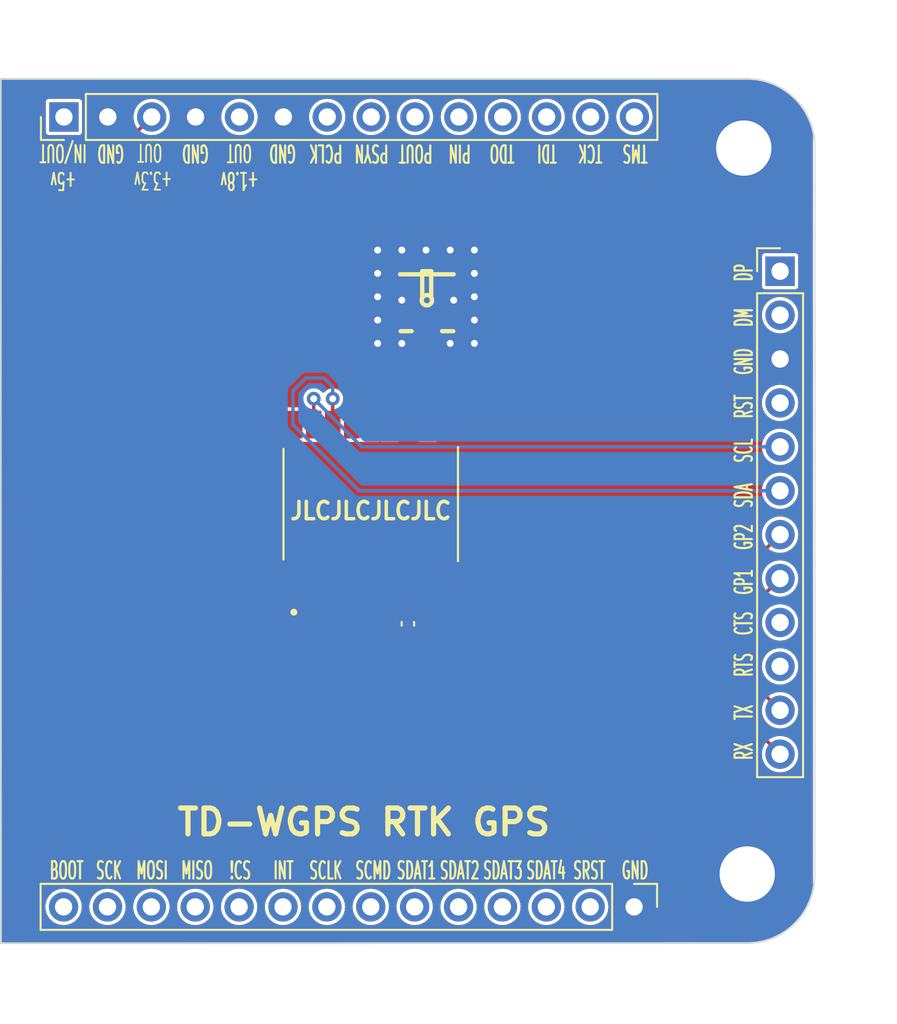
<source format=kicad_pcb>
(kicad_pcb (version 20240108) (generator "pcbnew") (generator_version "8.0")
  (title_block (title "TD-WRLS GPS hAT") (date "2024-09-02") (rev "1.0") (company "Teledatics Incorporated") (comment 1 "James Ewing"))
  (layers (0 "F.Cu" signal) (31 "B.Cu" signal) (34 "B.Paste" user) (35 "F.Paste" user) (36 "B.SilkS" user "B.Silkscreen") (37 "F.SilkS" user "F.Silkscreen") (38 "B.Mask" user) (39 "F.Mask" user) (44 "Edge.Cuts" user))
  (net 0 "")
  (net 1 "SDIO_DAT0_1v8")
  (net 2 "SPI_MISO")
  (net 3 "MODE")
  (net 4 "SPI_IRQ")
  (net 5 "SPI_MOSI")
  (net 6 "SPI_SCK")
  (net 7 "SDIO_DAT2_1v8")
  (net 8 "SPI_!CS")
  (net 9 "SDIO_CLK_1v8")
  (net 10 "SDIO_CMD_1v8")
  (net 11 "SDIO_DAT1_1v8")
  (net 12 "SDIO_DAT3_1v8")
  (net 13 "SDIO_RESET_1v8")
  (net 14 "~{RESET}")
  (net 15 "JTAG_TCK")
  (net 16 "JTAG_TDI")
  (net 17 "JTAG_TDO")
  (net 18 "JTAG_TMS")
  (net 19 "USB_D-")
  (net 20 "UART_CTS")
  (net 21 "UART_RTS")
  (net 22 "UART_TX")
  (net 23 "I2C_SDA")
  (net 24 "GPIO2")
  (net 25 "GPIO1")
  (net 26 "UART_RX")
  (net 27 "USB_D+")
  (net 28 "I2C_SCL")
  (net 29 "+1V8")
  (net 30 "PCM_CLK_1v8")
  (net 31 "PCM_OUT_1v8")
  (net 32 "PCM_IN_1v8")
  (net 33 "PCM_SYNC_1v8")
  (net 34 "GND")
  (net 35 "+5V")
  (net 36 "+3V3")
  (net 37 "ANT")
  (footprint "RF_GPS:XCVR_TESEO-LIV4FTR" (layer "F.Cu") (at 212.057716 102.15 90)
    (property "Reference" "U1")
    (property "Value" "TESEO-LIV4FTR")
    (fp_line (start -3.2 -5.05) (end 3.2 -5.05) (stroke (width 0.127)) (layer "F.SilkS"))
    (fp_line (start 3.3 5.05) (end -3.3 5.05) (stroke (width 0.127)) (layer "F.SilkS"))
    (fp_circle (center -6.25 -4.45) (end -6.15 -4.45) (stroke (width 0.2)) (fill none) (layer "F.SilkS"))
    (pad "1" smd rect (at -4.6 -4.4 90) (size 1.6 0.9) (layers "F.Cu" "F.Paste" "F.Mask") (net 34 "GND"))
    (pad "2" smd rect (at -4.6 -3.3 90) (size 1.6 0.9) (layers "F.Cu" "F.Paste" "F.Mask") (net 26 "UART_RX"))
    (pad "3" smd rect (at -4.6 -2.2 90) (size 1.6 0.9) (layers "F.Cu" "F.Paste" "F.Mask") (net 22 "UART_TX"))
    (pad "4" smd rect (at -4.6 -1.1 90) (size 1.6 0.9) (layers "F.Cu" "F.Paste" "F.Mask"))
    (pad "5" smd rect (at -4.6 0 90) (size 1.6 0.9) (layers "F.Cu" "F.Paste" "F.Mask") (net 25 "GPIO1"))
    (pad "6" smd rect (at -4.6 1.1 90) (size 1.6 0.9) (layers "F.Cu" "F.Paste" "F.Mask") (net 36 "+3V3"))
    (pad "7" smd rect (at -4.6 2.2 90) (size 1.6 0.9) (layers "F.Cu" "F.Paste" "F.Mask"))
    (pad "8" smd rect (at -4.6 3.3 90) (size 1.6 0.9) (layers "F.Cu" "F.Paste" "F.Mask") (net 36 "+3V3"))
    (pad "9" smd rect (at -4.6 4.4 90) (size 1.6 0.9) (layers "F.Cu" "F.Paste" "F.Mask") (net 24 "GPIO2"))
    (pad "10" smd rect (at 4.6 4.4 90) (size 1.6 0.9) (layers "F.Cu" "F.Paste" "F.Mask") (net 34 "GND"))
    (pad "11" smd rect (at 4.6 3.3 90) (size 1.6 0.9) (layers "F.Cu" "F.Paste" "F.Mask") (net 37 "ANT"))
    (pad "12" smd rect (at 4.6 2.2 90) (size 1.6 0.9) (layers "F.Cu" "F.Paste" "F.Mask") (net 34 "GND"))
    (pad "13" smd rect (at 4.6 1.1 90) (size 1.6 0.9) (layers "F.Cu" "F.Paste" "F.Mask"))
    (pad "14" smd rect (at 4.6 0 90) (size 1.6 0.9) (layers "F.Cu" "F.Paste" "F.Mask"))
    (pad "15" smd rect (at 4.6 -1.1 90) (size 1.6 0.9) (layers "F.Cu" "F.Paste" "F.Mask"))
    (pad "16" smd rect (at 4.6 -2.2 90) (size 1.6 0.9) (layers "F.Cu" "F.Paste" "F.Mask") (net 23 "I2C_SDA"))
    (pad "17" smd rect (at 4.6 -3.3 90) (size 1.6 0.9) (layers "F.Cu" "F.Paste" "F.Mask") (net 28 "I2C_SCL"))
    (pad "18" smd rect (at 4.6 -4.4 90) (size 1.6 0.9) (layers "F.Cu" "F.Paste" "F.Mask"))
  )
  (footprint "Connector_PinHeader_2.54mm:PinHeader_1x14_P2.54mm_Vertical" (layer "F.Cu") (at 194.3 79.75 90)
    (property "Reference" "J3")
    (property "Value" "Conn_01x14_Male")
    (fp_line (start -1.33 -1.33) (end 0 -1.33) (stroke (width 0.12)) (layer "F.SilkS"))
    (fp_line (start -1.33 0) (end -1.33 -1.33) (stroke (width 0.12)) (layer "F.SilkS"))
    (fp_line (start 1.33 1.27) (end 1.33 34.35) (stroke (width 0.12)) (layer "F.SilkS"))
    (fp_line (start -1.33 1.27) (end 1.33 1.27) (stroke (width 0.12)) (layer "F.SilkS"))
    (fp_line (start -1.33 1.27) (end -1.33 34.35) (stroke (width 0.12)) (layer "F.SilkS"))
    (fp_line (start -1.33 34.35) (end 1.33 34.35) (stroke (width 0.12)) (layer "F.SilkS"))
    (pad "1" thru_hole rect (at 0 0 90) (size 1.7 1.7) (drill 1) (layers "*.Cu" "*.Mask") (net 35 "+5V"))
    (pad "2" thru_hole oval (at 0 2.54 90) (size 1.7 1.7) (drill 1) (layers "*.Cu" "*.Mask") (net 34 "GND"))
    (pad "3" thru_hole oval (at 0 5.08 90) (size 1.7 1.7) (drill 1) (layers "*.Cu" "*.Mask") (net 36 "+3V3"))
    (pad "4" thru_hole oval (at 0 7.62 90) (size 1.7 1.7) (drill 1) (layers "*.Cu" "*.Mask") (net 34 "GND"))
    (pad "5" thru_hole oval (at 0 10.16 90) (size 1.7 1.7) (drill 1) (layers "*.Cu" "*.Mask") (net 29 "+1V8"))
    (pad "6" thru_hole oval (at 0 12.7 90) (size 1.7 1.7) (drill 1) (layers "*.Cu" "*.Mask") (net 34 "GND"))
    (pad "7" thru_hole oval (at 0 15.24 90) (size 1.7 1.7) (drill 1) (layers "*.Cu" "*.Mask") (net 30 "PCM_CLK_1v8"))
    (pad "8" thru_hole oval (at 0 17.78 90) (size 1.7 1.7) (drill 1) (layers "*.Cu" "*.Mask") (net 33 "PCM_SYNC_1v8"))
    (pad "9" thru_hole oval (at 0 20.32 90) (size 1.7 1.7) (drill 1) (layers "*.Cu" "*.Mask") (net 31 "PCM_OUT_1v8"))
    (pad "10" thru_hole oval (at 0 22.86 90) (size 1.7 1.7) (drill 1) (layers "*.Cu" "*.Mask") (net 32 "PCM_IN_1v8"))
    (pad "11" thru_hole oval (at 0 25.4 90) (size 1.7 1.7) (drill 1) (layers "*.Cu" "*.Mask") (net 17 "JTAG_TDO"))
    (pad "12" thru_hole oval (at 0 27.94 90) (size 1.7 1.7) (drill 1) (layers "*.Cu" "*.Mask") (net 16 "JTAG_TDI"))
    (pad "13" thru_hole oval (at 0 30.48 90) (size 1.7 1.7) (drill 1) (layers "*.Cu" "*.Mask") (net 15 "JTAG_TCK"))
    (pad "14" thru_hole oval (at 0 33.02 90) (size 1.7 1.7) (drill 1) (layers "*.Cu" "*.Mask") (net 18 "JTAG_TMS"))
  )
  (footprint "MountingHole:MountingHole_3.2mm_M3_Pad" (layer "F.Cu") (at 233.85 123.55)
    (property "Reference" "H2")
    (property "Value" "MountingHole")
    (pad "1" thru_hole circle (at 0 0) (size 6.4 6.4) (drill 3.2) (layers "*.Cu" "*.Mask") (net 34 "GND"))
  )
  (footprint "MountingHole:MountingHole_3.2mm_M3_Pad" (layer "F.Cu") (at 233.65 81.55)
    (property "Reference" "H1")
    (property "Value" "MountingHole")
    (pad "1" thru_hole circle (at 0 0) (size 6.4 6.4) (drill 3.2) (layers "*.Cu" "*.Mask") (net 34 "GND"))
  )
  (footprint "Connector_PinHeader_2.54mm:PinHeader_1x12_P2.54mm_Vertical" (layer "F.Cu") (at 235.75 88.675)
    (property "Reference" "J2")
    (property "Value" "Conn_01x12_Male")
    (fp_line (start -1.33 -1.33) (end 0 -1.33) (stroke (width 0.12)) (layer "F.SilkS"))
    (fp_line (start -1.33 0) (end -1.33 -1.33) (stroke (width 0.12)) (layer "F.SilkS"))
    (fp_line (start -1.33 1.27) (end -1.33 29.27) (stroke (width 0.12)) (layer "F.SilkS"))
    (fp_line (start -1.33 1.27) (end 1.33 1.27) (stroke (width 0.12)) (layer "F.SilkS"))
    (fp_line (start -1.33 29.27) (end 1.33 29.27) (stroke (width 0.12)) (layer "F.SilkS"))
    (fp_line (start 1.33 1.27) (end 1.33 29.27) (stroke (width 0.12)) (layer "F.SilkS"))
    (pad "1" thru_hole rect (at 0 0) (size 1.7 1.7) (drill 1) (layers "*.Cu" "*.Mask") (net 27 "USB_D+"))
    (pad "2" thru_hole oval (at 0 2.54) (size 1.7 1.7) (drill 1) (layers "*.Cu" "*.Mask") (net 19 "USB_D-"))
    (pad "3" thru_hole oval (at 0 5.08) (size 1.7 1.7) (drill 1) (layers "*.Cu" "*.Mask") (net 34 "GND"))
    (pad "4" thru_hole oval (at 0 7.62) (size 1.7 1.7) (drill 1) (layers "*.Cu" "*.Mask") (net 14 "~{RESET}"))
    (pad "5" thru_hole oval (at 0 10.16) (size 1.7 1.7) (drill 1) (layers "*.Cu" "*.Mask") (net 28 "I2C_SCL"))
    (pad "6" thru_hole oval (at 0 12.7) (size 1.7 1.7) (drill 1) (layers "*.Cu" "*.Mask") (net 23 "I2C_SDA"))
    (pad "7" thru_hole oval (at 0 15.24) (size 1.7 1.7) (drill 1) (layers "*.Cu" "*.Mask") (net 24 "GPIO2"))
    (pad "8" thru_hole oval (at 0 17.78) (size 1.7 1.7) (drill 1) (layers "*.Cu" "*.Mask") (net 25 "GPIO1"))
    (pad "9" thru_hole oval (at 0 20.32) (size 1.7 1.7) (drill 1) (layers "*.Cu" "*.Mask") (net 20 "UART_CTS"))
    (pad "10" thru_hole oval (at 0 22.86) (size 1.7 1.7) (drill 1) (layers "*.Cu" "*.Mask") (net 21 "UART_RTS"))
    (pad "11" thru_hole oval (at 0 25.4) (size 1.7 1.7) (drill 1) (layers "*.Cu" "*.Mask") (net 22 "UART_TX"))
    (pad "12" thru_hole oval (at 0 27.94) (size 1.7 1.7) (drill 1) (layers "*.Cu" "*.Mask") (net 26 "UART_RX"))
  )
  (footprint "Capacitor_SMD:C_0402_1005Metric" (layer "F.Cu") (at 214.207716 109.07 -90)
    (property "Reference" "C1")
    (property "Value" "10u")
    (fp_line (start -0.107836 0.36) (end 0.107836 0.36) (stroke (width 0.12)) (layer "F.SilkS"))
    (fp_line (start -0.107836 -0.36) (end 0.107836 -0.36) (stroke (width 0.12)) (layer "F.SilkS"))
    (pad "1" smd roundrect (at -0.48 0 270) (size 0.56 0.62) (layers "F.Cu" "F.Paste" "F.Mask") (net 36 "+3V3"))
    (pad "2" smd roundrect (at 0.48 0 270) (size 0.56 0.62) (layers "F.Cu" "F.Paste" "F.Mask") (net 34 "GND"))
  )
  (footprint "easyeda2kicad:ANT-SMD_UFL-R-SMT-1-10" (layer "F.Cu") (at 215.307716 91.1325 90)
    (property "Reference" "JP1")
    (property "Value" "U.FL-R-SMT-1(10)")
    (fp_line (start 2.28 -1.55) (end 2.28 1.55) (stroke (width 0.25)) (layer "F.SilkS"))
    (fp_line (start -1.01 -1.52) (end -1.01 -0.88) (stroke (width 0.25)) (layer "F.SilkS"))
    (fp_line (start 2.46 -0.27) (end 2.46 0.25) (stroke (width 0.25)) (layer "F.SilkS"))
    (fp_line (start 0.92 -0.27) (end 2.46 -0.27) (stroke (width 0.25)) (layer "F.SilkS"))
    (fp_line (start 2.46 0.25) (end 0.96 0.25) (stroke (width 0.25)) (layer "F.SilkS"))
    (fp_line (start -1.01 0.88) (end -1.01 1.53) (stroke (width 0.25)) (layer "F.SilkS"))
    (fp_circle (center 0.78 0) (end 1.08 0) (stroke (width 0.25)) (fill none) (layer "F.SilkS"))
    (pad "1" smd rect (at 0.77 -1.5) (size 1.1 2.2) (layers "F.Cu" "F.Paste" "F.Mask") (net 34 "GND"))
    (pad "2" smd rect (at -0.77 0) (size 1.1 1.1) (layers "F.Cu" "F.Paste" "F.Mask") (net 37 "ANT"))
    (pad "3" smd rect (at 0.77 1.5) (size 1.1 2.2) (layers "F.Cu" "F.Paste" "F.Mask") (net 34 "GND"))
  )
  (footprint "Connector_PinHeader_2.54mm:PinHeader_1x14_P2.54mm_Vertical" (layer "F.Cu") (at 227.3 125.45 -90)
    (property "Reference" "J1")
    (property "Value" "Conn_01x14_Male")
    (fp_line (start -1.33 34.35) (end 1.33 34.35) (stroke (width 0.12)) (layer "F.SilkS"))
    (fp_line (start -1.33 1.27) (end -1.33 34.35) (stroke (width 0.12)) (layer "F.SilkS"))
    (fp_line (start -1.33 1.27) (end 1.33 1.27) (stroke (width 0.12)) (layer "F.SilkS"))
    (fp_line (start 1.33 1.27) (end 1.33 34.35) (stroke (width 0.12)) (layer "F.SilkS"))
    (fp_line (start -1.33 0) (end -1.33 -1.33) (stroke (width 0.12)) (layer "F.SilkS"))
    (fp_line (start -1.33 -1.33) (end 0 -1.33) (stroke (width 0.12)) (layer "F.SilkS"))
    (pad "1" thru_hole rect (at 0 0 270) (size 1.7 1.7) (drill 1) (layers "*.Cu" "*.Mask") (net 34 "GND"))
    (pad "2" thru_hole oval (at 0 2.54 270) (size 1.7 1.7) (drill 1) (layers "*.Cu" "*.Mask") (net 13 "SDIO_RESET_1v8"))
    (pad "3" thru_hole oval (at 0 5.08 270) (size 1.7 1.7) (drill 1) (layers "*.Cu" "*.Mask") (net 12 "SDIO_DAT3_1v8"))
    (pad "4" thru_hole oval (at 0 7.62 270) (size 1.7 1.7) (drill 1) (layers "*.Cu" "*.Mask") (net 7 "SDIO_DAT2_1v8"))
    (pad "5" thru_hole oval (at 0 10.16 270) (size 1.7 1.7) (drill 1) (layers "*.Cu" "*.Mask") (net 11 "SDIO_DAT1_1v8"))
    (pad "6" thru_hole oval (at 0 12.7 270) (size 1.7 1.7) (drill 1) (layers "*.Cu" "*.Mask") (net 1 "SDIO_DAT0_1v8"))
    (pad "7" thru_hole oval (at 0 15.24 270) (size 1.7 1.7) (drill 1) (layers "*.Cu" "*.Mask") (net 10 "SDIO_CMD_1v8"))
    (pad "8" thru_hole oval (at 0 17.78 270) (size 1.7 1.7) (drill 1) (layers "*.Cu" "*.Mask") (net 9 "SDIO_CLK_1v8"))
    (pad "9" thru_hole oval (at 0 20.32 270) (size 1.7 1.7) (drill 1) (layers "*.Cu" "*.Mask") (net 4 "SPI_IRQ"))
    (pad "10" thru_hole oval (at 0 22.86 270) (size 1.7 1.7) (drill 1) (layers "*.Cu" "*.Mask") (net 8 "SPI_!CS"))
    (pad "11" thru_hole oval (at 0 25.4 270) (size 1.7 1.7) (drill 1) (layers "*.Cu" "*.Mask") (net 2 "SPI_MISO"))
    (pad "12" thru_hole oval (at 0 27.94 270) (size 1.7 1.7) (drill 1) (layers "*.Cu" "*.Mask") (net 5 "SPI_MOSI"))
    (pad "13" thru_hole oval (at 0 30.48 270) (size 1.7 1.7) (drill 1) (layers "*.Cu" "*.Mask") (net 6 "SPI_SCK"))
    (pad "14" thru_hole oval (at 0 33.02 270) (size 1.7 1.7) (drill 1) (layers "*.Cu" "*.Mask") (net 3 "MODE"))
  )
  (footprint "teledatics:teledatics_logo_kicad_footprint" (layer "F.Cu") (at 208.864169 102.373282 90)
    (property "Reference" "G***")
    (property "Value" "LOGO" (hide yes))
  )
  (gr_line (start 233.842284 127.542284) (end 190.657716 127.55) (stroke (width 0.1)) (layer "Edge.Cuts"))
  (gr_line (start 190.65 77.55) (end 233.85 77.55) (stroke (width 0.1)) (layer "Edge.Cuts"))
  (gr_arc (start 237.742284 123.642284) (mid 236.6 126.4) (end 233.842284 127.542284) (stroke (width 0.1)) (layer "Edge.Cuts"))
  (gr_arc (start 233.85 77.55) (mid 236.607716 78.692284) (end 237.75 81.45) (stroke (width 0.1)) (layer "Edge.Cuts"))
  (gr_line (start 190.657716 127.55) (end 190.65 77.55) (stroke (width 0.1)) (layer "Edge.Cuts"))
  (gr_line (start 237.75 81.45) (end 237.742284 123.642284) (stroke (width 0.1)) (layer "Edge.Cuts"))
  (gr_text "+5v\nIN/OUT" (at 194.257716 82.633035 180) (layer "F.SilkS") (effects (font (size 1 0.5) (thickness 0.1125))))
  (gr_text "INT" (at 207.007716 123.35 0) (layer "F.SilkS") (effects (font (size 1 0.5) (thickness 0.125))))
  (gr_text "TMS" (at 227.357716 81.85 180) (layer "F.SilkS") (effects (font (size 1 0.5) (thickness 0.125))))
  (gr_text "PSYN" (at 212.107716 81.85 180) (layer "F.SilkS") (effects (font (size 1 0.5) (thickness 0.125))))
  (gr_text "GP1" (at 233.657716 106.65 90) (layer "F.SilkS") (effects (font (size 1 0.5) (thickness 0.125))))
  (gr_text "PIN" (at 217.207716 81.85 180) (layer "F.SilkS") (effects (font (size 1 0.5) (thickness 0.125))))
  (gr_text "TDI" (at 222.257716 81.85 180) (layer "F.SilkS") (effects (font (size 1 0.5) (thickness 0.125))))
  (gr_text "+3.3v\n OUT" (at 199.457716 82.611097 180) (layer "F.SilkS") (effects (font (size 1 0.5) (thickness 0.1))))
  (gr_text "TX" (at 233.657716 114.2 90) (layer "F.SilkS") (effects (font (size 1 0.5) (thickness 0.125))))
  (gr_text "SCLK" (at 209.457716 123.35 0) (layer "F.SilkS") (effects (font (size 1 0.5) (thickness 0.125))))
  (gr_text "TCK" (at 224.757716 81.85 180) (layer "F.SilkS") (effects (font (size 1 0.5) (thickness 0.125))))
  (gr_text "DM" (at 233.657716 91.35 90) (layer "F.SilkS") (effects (font (size 1 0.5) (thickness 0.125))))
  (gr_text "TD-WGPS RTK GPS" (at 211.657716 120.55 0) (layer "F.SilkS") (effects (font (size 1.5 1.5) (thickness 0.3))))
  (gr_text "RX" (at 233.657716 116.45 90) (layer "F.SilkS") (effects (font (size 1 0.5) (thickness 0.125))))
  (gr_text "SCK" (at 196.907716 123.35 0) (layer "F.SilkS") (effects (font (size 1 0.5) (thickness 0.125))))
  (gr_text "SDA" (at 233.657716 101.65 90) (layer "F.SilkS") (effects (font (size 1 0.5) (thickness 0.125))))
  (gr_text "+1.8v\nOUT" (at 204.457716 82.633035 180) (layer "F.SilkS") (effects (font (size 1 0.5) (thickness 0.1125))))
  (gr_text "TDO" (at 219.657716 81.85 180) (layer "F.SilkS") (effects (font (size 1 0.5) (thickness 0.125))))
  (gr_text "POUT" (at 214.657716 81.85 180) (layer "F.SilkS") (effects (font (size 1 0.5) (thickness 0.125))))
  (gr_text "CTS" (at 233.657716 109.05 90) (layer "F.SilkS") (effects (font (size 1 0.5) (thickness 0.125))))
  (gr_text "SCMD" (at 212.207716 123.35 0) (layer "F.SilkS") (effects (font (size 1 0.5) (thickness 0.125))))
  (gr_text "RTS" (at 233.657716 111.45 90) (layer "F.SilkS") (effects (font (size 1 0.5) (thickness 0.125))))
  (gr_text "GP2" (at 233.657716 104.05 90) (layer "F.SilkS") (effects (font (size 1 0.5) (thickness 0.125))))
  (gr_text "GND" (at 197.007716 81.85 180) (layer "F.SilkS") (effects (font (size 1 0.5) (thickness 0.125))))
  (gr_text "SDAT4" (at 222.207716 123.35 0) (layer "F.SilkS") (effects (font (size 1 0.5) (thickness 0.125))))
  (gr_text "GND" (at 233.657716 93.9 90) (layer "F.SilkS") (effects (font (size 1 0.5) (thickness 0.125))))
  (gr_text "GND" (at 206.957716 81.85 180) (layer "F.SilkS") (effects (font (size 1 0.5) (thickness 0.125))))
  (gr_text "SCL" (at 233.657716 99.05 90) (layer "F.SilkS") (effects (font (size 1 0.5) (thickness 0.125))))
  (gr_text "SDAT2" (at 217.207716 123.35 0) (layer "F.SilkS") (effects (font (size 1 0.5) (thickness 0.125))))
  (gr_text "SDAT1" (at 214.707716 123.35 0) (layer "F.SilkS") (effects (font (size 1 0.5) (thickness 0.125))))
  (gr_text "RST" (at 233.657716 96.5 90) (layer "F.SilkS") (effects (font (size 1 0.5) (thickness 0.125))))
  (gr_text "SRST" (at 224.707716 123.35 0) (layer "F.SilkS") (effects (font (size 1 0.5) (thickness 0.125))))
  (gr_text "!CS" (at 204.507716 123.35 0) (layer "F.SilkS") (effects (font (size 1 0.5) (thickness 0.125))))
  (gr_text "JLCJLCJLCJLC" (at 212.057716 102.5375 0) (layer "F.SilkS") (effects (font (size 1 0.9) (thickness 0.2))))
  (gr_text "GND" (at 227.357716 123.35 0) (layer "F.SilkS") (effects (font (size 1 0.5) (thickness 0.125))))
  (gr_text "DP" (at 233.657716 88.75 90) (layer "F.SilkS") (effects (font (size 1 0.5) (thickness 0.125))))
  (gr_text "BOOT" (at 194.457716 123.35 0) (layer "F.SilkS") (effects (font (size 1 0.5) (thickness 0.125))))
  (gr_text "MOSI" (at 199.407716 123.35 0) (layer "F.SilkS") (effects (font (size 1 0.5) (thickness 0.125))))
  (gr_text "MISO" (at 202.007716 123.35 0) (layer "F.SilkS") (effects (font (size 1 0.5) (thickness 0.125))))
  (gr_text "SDAT3" (at 219.707716 123.35 0) (layer "F.SilkS") (effects (font (size 1 0.5) (thickness 0.125))))
  (gr_text "GND" (at 201.907716 81.85 180) (layer "F.SilkS") (effects (font (size 1 0.5) (thickness 0.125))))
  (gr_text "PCLK" (at 209.457716 81.85 180) (layer "F.SilkS") (effects (font (size 1 0.5) (thickness 0.125))))
  (segment (start 209.857716 106.75) (end 209.857716 110.1) (width 0.2) (layer "F.Cu") (net 22))
  (segment (start 234.825 113.15) (end 235.75 114.075) (width 0.2) (layer "F.Cu") (net 22))
  (segment (start 209.857716 110.1) (end 212.907716 113.15) (width 0.2) (layer "F.Cu") (net 22))
  (segment (start 212.907716 113.15) (end 234.825 113.15) (width 0.2) (layer "F.Cu") (net 22))
  (segment (start 209.857716 96.05) (end 209.857716 97.55) (width 0.2) (layer "F.Cu") (net 23))
  (via (at 209.857716 96.05) (size 0.8) (drill 0.4) (layers "F.Cu" "B.Cu") (net 23))
  (segment (start 209.857716 95.35) (end 209.357716 94.85) (width 0.2) (layer "B.Cu") (net 23))
  (segment (start 209.857716 96.05) (end 209.857716 95.35) (width 0.2) (layer "B.Cu") (net 23))
  (segment (start 207.557716 97.55) (end 211.382716 101.375) (width 0.2) (layer "B.Cu") (net 23))
  (segment (start 207.557716 95.6) (end 207.557716 97.55) (width 0.2) (layer "B.Cu") (net 23))
  (segment (start 209.357716 94.85) (end 208.307716 94.85) (width 0.2) (layer "B.Cu") (net 23))
  (segment (start 208.307716 94.85) (end 207.557716 95.6) (width 0.2) (layer "B.Cu") (net 23))
  (segment (start 211.382716 101.375) (end 235.75 101.375) (width 0.2) (layer "B.Cu") (net 23))
  (segment (start 234.215 105.45) (end 235.75 103.915) (width 0.2) (layer "F.Cu") (net 24))
  (segment (start 217.757716 105.45) (end 234.215 105.45) (width 0.2) (layer "F.Cu") (net 24))
  (segment (start 216.457716 106.75) (end 217.757716 105.45) (width 0.2) (layer "F.Cu") (net 24))
  (segment (start 212.057716 109.15) (end 213.307716 110.4) (width 0.2) (layer "F.Cu") (net 25))
  (segment (start 213.307716 110.4) (end 215.557716 110.4) (width 0.2) (layer "F.Cu") (net 25))
  (segment (start 234.455 107.75) (end 235.75 106.455) (width 0.2) (layer "F.Cu") (net 25))
  (segment (start 215.557716 110.4) (end 218.207716 107.75) (width 0.2) (layer "F.Cu") (net 25))
  (segment (start 218.207716 107.75) (end 234.455 107.75) (width 0.2) (layer "F.Cu") (net 25))
  (segment (start 212.057716 106.75) (end 212.057716 109.15) (width 0.2) (layer "F.Cu") (net 25))
  (segment (start 208.757716 106.75) (end 208.757716 110.85) (width 0.2) (layer "F.Cu") (net 26))
  (segment (start 213.207716 115.3) (end 234.435 115.3) (width 0.2) (layer "F.Cu") (net 26))
  (segment (start 208.757716 110.85) (end 213.207716 115.3) (width 0.2) (layer "F.Cu") (net 26))
  (segment (start 234.435 115.3) (end 235.75 116.615) (width 0.2) (layer "F.Cu") (net 26))
  (segment (start 208.757716 96.05) (end 208.757716 97.55) (width 0.2) (layer "F.Cu") (net 28))
  (via (at 208.757716 96.05) (size 0.8) (drill 0.4) (layers "F.Cu" "B.Cu") (net 28))
  (segment (start 211.542716 98.835) (end 208.757716 96.05) (width 0.2) (layer "B.Cu") (net 28))
  (segment (start 235.75 98.835) (end 211.542716 98.835) (width 0.2) (layer "B.Cu") (net 28))
  (segment (start 212.457716 87.45) (end 212.457716 92.85) (width 0.75) (layer "F.Cu") (net 34))
  (segment (start 218.057716 92.85) (end 218.057716 87.45) (width 0.75) (layer "F.Cu") (net 34))
  (segment (start 212.457716 92.85) (end 213.857716 92.85) (width 0.75) (layer "F.Cu") (net 34))
  (segment (start 218.057716 87.45) (end 212.457716 87.45) (width 0.75) (layer "F.Cu") (net 34))
  (segment (start 216.657716 92.85) (end 218.057716 92.85) (width 0.75) (layer "F.Cu") (net 34))
  (via (at 212.457716 92.85) (size 0.8) (drill 0.4) (layers "F.Cu" "B.Cu") (net 34))
  (via (at 218.057716 87.45) (size 0.8) (drill 0.4) (layers "F.Cu" "B.Cu") (net 34))
  (via (at 218.057716 88.8) (size 0.8) (drill 0.4) (layers "F.Cu" "B.Cu") (net 34))
  (via (at 218.057716 91.5) (size 0.8) (drill 0.4) (layers "F.Cu" "B.Cu") (net 34))
  (via (at 216.857716 90.35) (size 0.8) (drill 0.4) (layers "F.Cu" "B.Cu") (net 34))
  (via (at 212.457716 87.45) (size 0.8) (drill 0.4) (layers "F.Cu" "B.Cu") (net 34))
  (via (at 212.457716 91.5) (size 0.8) (drill 0.4) (layers "F.Cu" "B.Cu") (net 34))
  (via (at 215.257716 87.45) (size 0.8) (drill 0.4) (layers "F.Cu" "B.Cu") (net 34))
  (via (at 212.457716 88.8) (size 0.8) (drill 0.4) (layers "F.Cu" "B.Cu") (net 34))
  (via (at 212.457716 90.15) (size 0.8) (drill 0.4) (layers "F.Cu" "B.Cu") (net 34))
  (via (at 218.057716 92.85) (size 0.8) (drill 0.4) (layers "F.Cu" "B.Cu") (net 34))
  (via (at 213.857716 87.45) (size 0.8) (drill 0.4) (layers "F.Cu" "B.Cu") (net 34))
  (via (at 216.657716 92.85) (size 0.8) (drill 0.4) (layers "F.Cu" "B.Cu") (net 34))
  (via (at 213.857716 90.35) (size 0.8) (drill 0.4) (layers "F.Cu" "B.Cu") (net 34))
  (via (at 216.657716 87.45) (size 0.8) (drill 0.4) (layers "F.Cu" "B.Cu") (net 34))
  (via (at 218.057716 90.15) (size 0.8) (drill 0.4) (layers "F.Cu" "B.Cu") (net 34))
  (via (at 213.857716 92.85) (size 0.8) (drill 0.4) (layers "F.Cu" "B.Cu") (net 34))
  (segment (start 213.157716 107.54) (end 213.157716 106.75) (width 0.2) (layer "F.Cu") (net 36))
  (segment (start 214.207716 108.59) (end 215.357716 107.44) (width 0.2) (layer "F.Cu") (net 36))
  (segment (start 214.407716 105.15) (end 215.357716 106.1) (width 0.2) (layer "F.Cu") (net 36))
  (segment (start 199.38 79.75) (end 198.107716 81.022284) (width 0.2) (layer "F.Cu") (net 36))
  (segment (start 198.107716 81.022284) (end 198.107716 97.6) (width 0.2) (layer "F.Cu") (net 36))
  (segment (start 214.157716 105.15) (end 213.157716 106.15) (width 0.2) (layer "F.Cu") (net 36))
  (segment (start 214.157716 105.15) (end 214.407716 105.15) (width 0.2) (layer "F.Cu") (net 36))
  (segment (start 205.657716 105.15) (end 214.157716 105.15) (width 0.2) (layer "F.Cu") (net 36))
  (segment (start 215.357716 106.1) (end 215.357716 106.75) (width 0.2) (layer "F.Cu") (net 36))
  (segment (start 214.207716 108.59) (end 213.157716 107.54) (width 0.2) (layer "F.Cu") (net 36))
  (segment (start 215.357716 107.44) (end 215.357716 106.75) (width 0.2) (layer "F.Cu") (net 36))
  (segment (start 213.157716 106.15) (end 213.157716 106.75) (width 0.2) (layer "F.Cu") (net 36))
  (segment (start 198.107716 97.6) (end 205.657716 105.15) (width 0.2) (layer "F.Cu") (net 36))
  (segment (start 215.357716 91.9525) (end 215.357716 97.55) (width 0.44) (layer "F.Cu") (net 37))
  (segment (start 215.307716 91.9025) (end 215.357716 91.9525) (width 0.5) (layer "F.Cu") (net 37))
  (zone (net 0) (net_name "") (layer "F.Cu") (connect_pads (clearance 0)) (min_thickness 0.254)
    (keepout (tracks allowed) (vias allowed) (pads allowed) (copperpour not_allowed) (footprints allowed))
    (fill (thermal_gap 0.508) (thermal_bridge_width 0.508))
    (polygon (pts (xy 218.357716 92.45) (xy 215.707716 92.45) (xy 215.707716 98.44) (xy 215.007716 98.47) (xy 215.007716 92.45) (xy 212.157716 92.45) (xy 212.157716 87.05) (xy 218.357716 87.15)))
  )
  (zone (net 34) (net_name "GND") (layers "F&B.Cu") (connect_pads yes (clearance 0)) (min_thickness 0.254) (fill yes (thermal_gap 0.508) (thermal_bridge_width 0.508))
    (polygon (pts (xy 237.65 127.55) (xy 190.65 127.55) (xy 190.65 77.55) (xy 237.65 77.55)))
  )
)
</source>
